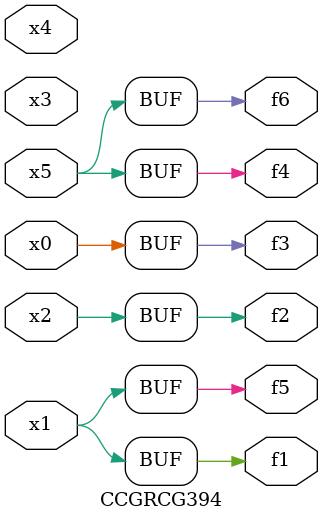
<source format=v>
module CCGRCG394(
	input x0, x1, x2, x3, x4, x5,
	output f1, f2, f3, f4, f5, f6
);
	assign f1 = x1;
	assign f2 = x2;
	assign f3 = x0;
	assign f4 = x5;
	assign f5 = x1;
	assign f6 = x5;
endmodule

</source>
